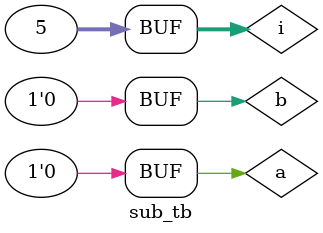
<source format=v>
`timescale 1ns / 1ps

module subtractor_2bit(
    input a,b,
    output sub,borrow
    );
    assign sub= a^b;
    assign borrow=(~a)&b;
endmodule

module sub_tb;
    reg  a,b;
    wire sub,borrow;
subtractor_2bit uut(a,b,sub,borrow);
    integer i;
  initial begin
    for(i=0;i<5;i=i+1)
      #10  {a,b}=i;
      end
endmodule
</source>
